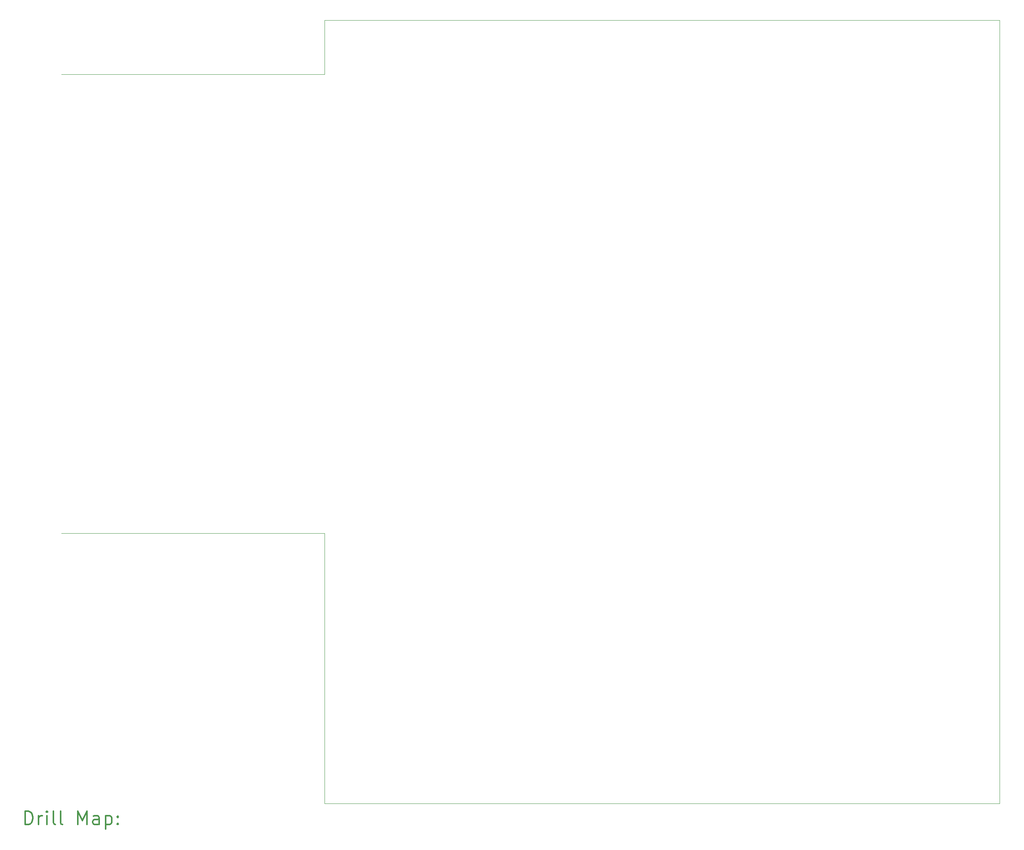
<source format=gbr>
%FSLAX45Y45*%
G04 Gerber Fmt 4.5, Leading zero omitted, Abs format (unit mm)*
G04 Created by KiCad (PCBNEW (5.1.10)-1) date 2022-09-02 18:37:05*
%MOMM*%
%LPD*%
G01*
G04 APERTURE LIST*
%TA.AperFunction,Profile*%
%ADD10C,0.025000*%
%TD*%
%ADD11C,0.200000*%
%ADD12C,0.300000*%
G04 APERTURE END LIST*
D10*
X13398500Y-4896000D02*
X28384500Y-4896000D01*
X13398500Y-4896000D02*
X13398500Y-6096000D01*
X13398500Y-22296000D02*
X13398500Y-16296000D01*
X13398500Y-16296000D02*
X7555862Y-16296000D01*
X13398500Y-6096000D02*
X7555899Y-6096000D01*
X28384500Y-22296000D02*
X28384500Y-4896000D01*
X13398500Y-22296000D02*
X28384500Y-22296000D01*
D11*
D12*
X6748609Y-22762964D02*
X6748609Y-22462964D01*
X6820038Y-22462964D01*
X6862895Y-22477250D01*
X6891467Y-22505821D01*
X6905752Y-22534393D01*
X6920038Y-22591536D01*
X6920038Y-22634393D01*
X6905752Y-22691536D01*
X6891467Y-22720107D01*
X6862895Y-22748679D01*
X6820038Y-22762964D01*
X6748609Y-22762964D01*
X7048609Y-22762964D02*
X7048609Y-22562964D01*
X7048609Y-22620107D02*
X7062895Y-22591536D01*
X7077181Y-22577250D01*
X7105752Y-22562964D01*
X7134324Y-22562964D01*
X7234324Y-22762964D02*
X7234324Y-22562964D01*
X7234324Y-22462964D02*
X7220038Y-22477250D01*
X7234324Y-22491536D01*
X7248609Y-22477250D01*
X7234324Y-22462964D01*
X7234324Y-22491536D01*
X7420038Y-22762964D02*
X7391467Y-22748679D01*
X7377181Y-22720107D01*
X7377181Y-22462964D01*
X7577181Y-22762964D02*
X7548609Y-22748679D01*
X7534324Y-22720107D01*
X7534324Y-22462964D01*
X7920038Y-22762964D02*
X7920038Y-22462964D01*
X8020038Y-22677250D01*
X8120038Y-22462964D01*
X8120038Y-22762964D01*
X8391467Y-22762964D02*
X8391467Y-22605821D01*
X8377181Y-22577250D01*
X8348609Y-22562964D01*
X8291467Y-22562964D01*
X8262895Y-22577250D01*
X8391467Y-22748679D02*
X8362895Y-22762964D01*
X8291467Y-22762964D01*
X8262895Y-22748679D01*
X8248609Y-22720107D01*
X8248609Y-22691536D01*
X8262895Y-22662964D01*
X8291467Y-22648679D01*
X8362895Y-22648679D01*
X8391467Y-22634393D01*
X8534324Y-22562964D02*
X8534324Y-22862964D01*
X8534324Y-22577250D02*
X8562895Y-22562964D01*
X8620038Y-22562964D01*
X8648609Y-22577250D01*
X8662895Y-22591536D01*
X8677181Y-22620107D01*
X8677181Y-22705821D01*
X8662895Y-22734393D01*
X8648609Y-22748679D01*
X8620038Y-22762964D01*
X8562895Y-22762964D01*
X8534324Y-22748679D01*
X8805752Y-22734393D02*
X8820038Y-22748679D01*
X8805752Y-22762964D01*
X8791467Y-22748679D01*
X8805752Y-22734393D01*
X8805752Y-22762964D01*
X8805752Y-22577250D02*
X8820038Y-22591536D01*
X8805752Y-22605821D01*
X8791467Y-22591536D01*
X8805752Y-22577250D01*
X8805752Y-22605821D01*
M02*

</source>
